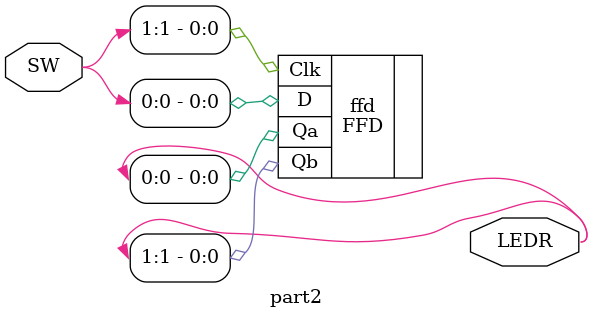
<source format=sv>
module part2(SW, LEDR);
		output logic [1:0] LEDR;
		input logic[1:0] SW;
		
		FFD ffd(
			.D(SW[0]),
			.Clk(SW[1]),
			.Qa(LEDR[0]),
			.Qb(LEDR[1]),
		);
		
endmodule 
</source>
